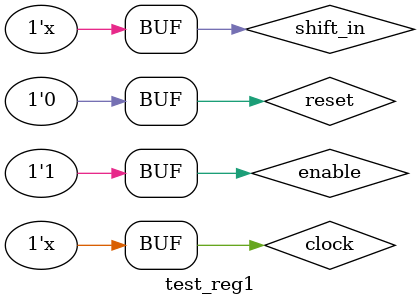
<source format=sv>
`timescale 1ns / 1ps


module test_reg1();

    logic clock, reset, enable, shift_in;
    logic out;
    
    
    registro_des DUT(.clock(clock),
                 .reset(reset),
                 .enable(enable),
                 .shift_in(shift_in),
                 .out(out));
 always #5 clock=~clock;
 always #7 shift_in = ~shift_in;
 
 initial begin
 clock=0;
 reset=1;
 enable = 1;
 shift_in = 0;
 
 #10 reset=0;
 #20 reset = 1;
 #15 reset =0 ; 
 
 
 end
                
                 
endmodule

</source>
